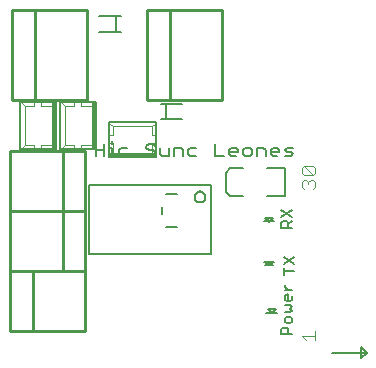
<source format=gto>
G75*
%MOIN*%
%OFA0B0*%
%FSLAX25Y25*%
%IPPOS*%
%LPD*%
%AMOC8*
5,1,8,0,0,1.08239X$1,22.5*
%
%ADD10C,0.00600*%
%ADD11C,0.00700*%
%ADD12C,0.00800*%
%ADD13C,0.00500*%
%ADD14C,0.00400*%
%ADD15C,0.01000*%
%ADD16C,0.00200*%
%ADD17R,0.15748X0.01476*%
%ADD18R,0.01476X0.15748*%
D10*
X0209272Y0115871D02*
X0209272Y0117572D01*
X0209839Y0118139D01*
X0210974Y0118139D01*
X0211541Y0117572D01*
X0211541Y0115871D01*
X0212675Y0115871D02*
X0209272Y0115871D01*
X0210974Y0119554D02*
X0210406Y0120121D01*
X0210406Y0121255D01*
X0210974Y0121823D01*
X0212108Y0121823D01*
X0212675Y0121255D01*
X0212675Y0120121D01*
X0212108Y0119554D01*
X0210974Y0119554D01*
X0210406Y0123237D02*
X0212108Y0123237D01*
X0212675Y0123804D01*
X0212108Y0124371D01*
X0212675Y0124939D01*
X0212108Y0125506D01*
X0210406Y0125506D01*
X0210974Y0126920D02*
X0210406Y0127487D01*
X0210406Y0128622D01*
X0210974Y0129189D01*
X0211541Y0129189D01*
X0211541Y0126920D01*
X0212108Y0126920D02*
X0210974Y0126920D01*
X0212108Y0126920D02*
X0212675Y0127487D01*
X0212675Y0128622D01*
X0212675Y0130603D02*
X0210406Y0130603D01*
X0210406Y0131738D02*
X0210406Y0132305D01*
X0210406Y0131738D02*
X0211541Y0130603D01*
X0210193Y0135760D02*
X0210193Y0138029D01*
X0210193Y0136895D02*
X0213596Y0136895D01*
X0213596Y0139444D02*
X0210193Y0141712D01*
X0210193Y0139444D02*
X0213596Y0141712D01*
X0212675Y0151371D02*
X0209272Y0151371D01*
X0209272Y0153072D01*
X0209839Y0153639D01*
X0210974Y0153639D01*
X0211541Y0153072D01*
X0211541Y0151371D01*
X0211541Y0152505D02*
X0212675Y0153639D01*
X0212675Y0155054D02*
X0209272Y0157323D01*
X0209272Y0155054D02*
X0212675Y0157323D01*
X0185948Y0165587D02*
X0185948Y0142555D01*
X0145003Y0142555D01*
X0145003Y0165587D01*
X0185948Y0165587D01*
X0180300Y0161748D02*
X0180302Y0161833D01*
X0180308Y0161917D01*
X0180318Y0162002D01*
X0180332Y0162085D01*
X0180349Y0162168D01*
X0180371Y0162250D01*
X0180397Y0162331D01*
X0180426Y0162411D01*
X0180459Y0162489D01*
X0180495Y0162565D01*
X0180535Y0162640D01*
X0180579Y0162713D01*
X0180626Y0162784D01*
X0180676Y0162852D01*
X0180729Y0162918D01*
X0180786Y0162981D01*
X0180845Y0163042D01*
X0180907Y0163100D01*
X0180972Y0163155D01*
X0181039Y0163207D01*
X0181108Y0163255D01*
X0181180Y0163300D01*
X0181254Y0163342D01*
X0181330Y0163380D01*
X0181407Y0163415D01*
X0181486Y0163446D01*
X0181566Y0163474D01*
X0181648Y0163497D01*
X0181730Y0163517D01*
X0181813Y0163533D01*
X0181897Y0163545D01*
X0181982Y0163553D01*
X0182067Y0163557D01*
X0182151Y0163557D01*
X0182236Y0163553D01*
X0182321Y0163545D01*
X0182405Y0163533D01*
X0182488Y0163517D01*
X0182570Y0163497D01*
X0182652Y0163474D01*
X0182732Y0163446D01*
X0182811Y0163415D01*
X0182888Y0163380D01*
X0182964Y0163342D01*
X0183038Y0163300D01*
X0183110Y0163255D01*
X0183179Y0163207D01*
X0183246Y0163155D01*
X0183311Y0163100D01*
X0183373Y0163042D01*
X0183432Y0162981D01*
X0183489Y0162918D01*
X0183542Y0162852D01*
X0183592Y0162784D01*
X0183639Y0162713D01*
X0183683Y0162640D01*
X0183723Y0162565D01*
X0183759Y0162489D01*
X0183792Y0162411D01*
X0183821Y0162331D01*
X0183847Y0162250D01*
X0183869Y0162168D01*
X0183886Y0162085D01*
X0183900Y0162002D01*
X0183910Y0161917D01*
X0183916Y0161833D01*
X0183918Y0161748D01*
X0183916Y0161663D01*
X0183910Y0161579D01*
X0183900Y0161494D01*
X0183886Y0161411D01*
X0183869Y0161328D01*
X0183847Y0161246D01*
X0183821Y0161165D01*
X0183792Y0161085D01*
X0183759Y0161007D01*
X0183723Y0160931D01*
X0183683Y0160856D01*
X0183639Y0160783D01*
X0183592Y0160712D01*
X0183542Y0160644D01*
X0183489Y0160578D01*
X0183432Y0160515D01*
X0183373Y0160454D01*
X0183311Y0160396D01*
X0183246Y0160341D01*
X0183179Y0160289D01*
X0183110Y0160241D01*
X0183038Y0160196D01*
X0182964Y0160154D01*
X0182888Y0160116D01*
X0182811Y0160081D01*
X0182732Y0160050D01*
X0182652Y0160022D01*
X0182570Y0159999D01*
X0182488Y0159979D01*
X0182405Y0159963D01*
X0182321Y0159951D01*
X0182236Y0159943D01*
X0182151Y0159939D01*
X0182067Y0159939D01*
X0181982Y0159943D01*
X0181897Y0159951D01*
X0181813Y0159963D01*
X0181730Y0159979D01*
X0181648Y0159999D01*
X0181566Y0160022D01*
X0181486Y0160050D01*
X0181407Y0160081D01*
X0181330Y0160116D01*
X0181254Y0160154D01*
X0181180Y0160196D01*
X0181108Y0160241D01*
X0181039Y0160289D01*
X0180972Y0160341D01*
X0180907Y0160396D01*
X0180845Y0160454D01*
X0180786Y0160515D01*
X0180729Y0160578D01*
X0180676Y0160644D01*
X0180626Y0160712D01*
X0180579Y0160783D01*
X0180535Y0160856D01*
X0180495Y0160931D01*
X0180459Y0161007D01*
X0180426Y0161085D01*
X0180397Y0161165D01*
X0180371Y0161246D01*
X0180349Y0161328D01*
X0180332Y0161411D01*
X0180318Y0161494D01*
X0180308Y0161579D01*
X0180302Y0161663D01*
X0180300Y0161748D01*
D11*
X0180946Y0175193D02*
X0178794Y0175193D01*
X0178077Y0175910D01*
X0178077Y0177344D01*
X0178794Y0178062D01*
X0180946Y0178062D01*
X0176342Y0177344D02*
X0176342Y0175193D01*
X0176342Y0177344D02*
X0175625Y0178062D01*
X0173473Y0178062D01*
X0173473Y0175193D01*
X0171738Y0175193D02*
X0171738Y0178062D01*
X0168869Y0178062D02*
X0168869Y0175910D01*
X0169586Y0175193D01*
X0171738Y0175193D01*
X0167134Y0175910D02*
X0167134Y0176627D01*
X0166417Y0177344D01*
X0164982Y0177344D01*
X0164265Y0178062D01*
X0164265Y0178779D01*
X0164982Y0179496D01*
X0166417Y0179496D01*
X0167134Y0178779D01*
X0167134Y0175910D02*
X0166417Y0175193D01*
X0164982Y0175193D01*
X0164265Y0175910D01*
X0157926Y0175193D02*
X0155775Y0175193D01*
X0155057Y0175910D01*
X0155057Y0177344D01*
X0155775Y0178062D01*
X0157926Y0178062D01*
X0152705Y0178062D02*
X0152705Y0175193D01*
X0151988Y0175193D02*
X0153423Y0175193D01*
X0152705Y0178062D02*
X0151988Y0178062D01*
X0152705Y0179496D02*
X0152705Y0180213D01*
X0150253Y0179496D02*
X0150253Y0175193D01*
X0150253Y0177344D02*
X0147384Y0177344D01*
X0147384Y0175193D02*
X0147384Y0179496D01*
X0187285Y0179496D02*
X0187285Y0175193D01*
X0190154Y0175193D01*
X0191889Y0175910D02*
X0191889Y0177344D01*
X0192606Y0178062D01*
X0194041Y0178062D01*
X0194758Y0177344D01*
X0194758Y0176627D01*
X0191889Y0176627D01*
X0191889Y0175910D02*
X0192606Y0175193D01*
X0194041Y0175193D01*
X0196493Y0175910D02*
X0197210Y0175193D01*
X0198644Y0175193D01*
X0199362Y0175910D01*
X0199362Y0177344D01*
X0198644Y0178062D01*
X0197210Y0178062D01*
X0196493Y0177344D01*
X0196493Y0175910D01*
X0201097Y0175193D02*
X0201097Y0178062D01*
X0203248Y0178062D01*
X0203966Y0177344D01*
X0203966Y0175193D01*
X0205700Y0175910D02*
X0205700Y0177344D01*
X0206418Y0178062D01*
X0207852Y0178062D01*
X0208570Y0177344D01*
X0208570Y0176627D01*
X0205700Y0176627D01*
X0205700Y0175910D02*
X0206418Y0175193D01*
X0207852Y0175193D01*
X0210304Y0175193D02*
X0212456Y0175193D01*
X0213174Y0175910D01*
X0212456Y0176627D01*
X0211022Y0176627D01*
X0210304Y0177344D01*
X0211022Y0178062D01*
X0213174Y0178062D01*
D12*
X0210318Y0171295D02*
X0204412Y0171295D01*
X0210318Y0171295D02*
X0210318Y0161846D01*
X0204412Y0161846D01*
X0203885Y0154724D02*
X0206365Y0154724D01*
X0205105Y0153465D01*
X0205105Y0153504D02*
X0203885Y0154724D01*
X0203294Y0153504D02*
X0205105Y0153504D01*
X0206916Y0153504D01*
X0196538Y0161846D02*
X0192207Y0161846D01*
X0190633Y0163421D01*
X0190633Y0169720D01*
X0192207Y0171295D01*
X0196538Y0171295D01*
X0174315Y0162726D02*
X0170934Y0162726D01*
X0169434Y0158183D02*
X0169434Y0156069D01*
X0170934Y0151526D02*
X0174315Y0151526D01*
X0203294Y0140079D02*
X0205105Y0140079D01*
X0206325Y0138858D01*
X0203845Y0138858D01*
X0205105Y0140118D01*
X0205105Y0140079D02*
X0206916Y0140079D01*
X0207349Y0124213D02*
X0204869Y0124213D01*
X0206089Y0122992D01*
X0207900Y0122992D01*
X0207349Y0124213D02*
X0206089Y0122953D01*
X0206089Y0122992D02*
X0204278Y0122992D01*
X0167605Y0174843D02*
X0151660Y0174843D01*
X0151660Y0186654D01*
X0167605Y0186654D01*
X0167605Y0174843D01*
X0147428Y0177500D02*
X0135617Y0177500D01*
X0135617Y0193445D01*
X0147428Y0193445D01*
X0147428Y0177500D01*
X0134042Y0177500D02*
X0122231Y0177500D01*
X0122231Y0193445D01*
X0134042Y0193445D01*
X0134042Y0177500D01*
X0169081Y0187638D02*
X0170656Y0187638D01*
X0170656Y0192756D01*
X0176168Y0192756D01*
X0170656Y0192756D02*
X0169081Y0192756D01*
X0170656Y0187638D02*
X0176168Y0187638D01*
X0155696Y0216772D02*
X0154121Y0216772D01*
X0154121Y0221890D01*
X0148609Y0221890D01*
X0154121Y0221890D02*
X0155696Y0221890D01*
X0154121Y0216772D02*
X0148609Y0216772D01*
D13*
X0235806Y0111780D02*
X0235806Y0107843D01*
X0237774Y0109811D01*
X0235806Y0111780D01*
X0237774Y0109811D02*
X0225963Y0109811D01*
D14*
X0220574Y0113943D02*
X0220574Y0117012D01*
X0220574Y0115477D02*
X0215970Y0115477D01*
X0217505Y0113943D01*
X0216738Y0164339D02*
X0215970Y0165106D01*
X0215970Y0166641D01*
X0216738Y0167408D01*
X0217505Y0167408D01*
X0218272Y0166641D01*
X0219040Y0167408D01*
X0219807Y0167408D01*
X0220574Y0166641D01*
X0220574Y0165106D01*
X0219807Y0164339D01*
X0218272Y0165873D02*
X0218272Y0166641D01*
X0216738Y0168943D02*
X0215970Y0169710D01*
X0215970Y0171244D01*
X0216738Y0172012D01*
X0219807Y0168943D01*
X0220574Y0169710D01*
X0220574Y0171244D01*
X0219807Y0172012D01*
X0216738Y0172012D01*
X0216738Y0168943D02*
X0219807Y0168943D01*
D15*
X0126444Y0116850D02*
X0118944Y0116850D01*
X0118944Y0136850D01*
X0118944Y0156850D01*
X0136444Y0156850D01*
X0136444Y0136850D01*
X0118944Y0136850D01*
X0126444Y0136850D01*
X0126444Y0116850D01*
X0143944Y0116850D01*
X0143944Y0136850D01*
X0136444Y0136850D01*
X0143944Y0136850D02*
X0126444Y0136850D01*
X0143944Y0136850D02*
X0143944Y0156850D01*
X0136444Y0156850D01*
X0136444Y0176850D01*
X0143944Y0176850D01*
X0143944Y0156850D01*
X0136444Y0156850D01*
X0118944Y0156850D01*
X0118944Y0176850D01*
X0136444Y0176850D01*
X0144573Y0194094D02*
X0127073Y0194094D01*
X0127073Y0224094D01*
X0144573Y0224094D01*
X0144573Y0194094D01*
X0127073Y0194094D02*
X0119573Y0194094D01*
X0119573Y0224094D01*
X0127073Y0224094D01*
X0164455Y0224094D02*
X0171955Y0224094D01*
X0171955Y0194094D01*
X0164455Y0194094D01*
X0164455Y0224094D01*
X0171955Y0224094D02*
X0189455Y0224094D01*
X0189455Y0194094D01*
X0171955Y0194094D01*
D16*
X0167014Y0186161D02*
X0166030Y0185177D01*
X0166030Y0182224D01*
X0167507Y0182224D01*
X0167507Y0179764D02*
X0166030Y0179764D01*
X0166030Y0175827D01*
X0153235Y0175827D02*
X0153235Y0179764D01*
X0151759Y0179764D01*
X0151759Y0182224D02*
X0153235Y0182224D01*
X0153235Y0185177D01*
X0152251Y0186161D01*
X0153235Y0185177D02*
X0166030Y0185177D01*
X0146444Y0179075D02*
X0142507Y0179075D01*
X0142507Y0177598D01*
X0140046Y0177598D02*
X0140046Y0179075D01*
X0137093Y0179075D01*
X0136109Y0178091D01*
X0137093Y0179075D02*
X0137093Y0191870D01*
X0136109Y0192854D01*
X0137093Y0191870D02*
X0140046Y0191870D01*
X0140046Y0193346D01*
X0142507Y0193346D02*
X0142507Y0191870D01*
X0146444Y0191870D01*
X0133058Y0191870D02*
X0129121Y0191870D01*
X0129121Y0193346D01*
X0126660Y0193346D02*
X0126660Y0191870D01*
X0123707Y0191870D01*
X0122723Y0192854D01*
X0123707Y0191870D02*
X0123707Y0179075D01*
X0122723Y0178091D01*
X0123707Y0179075D02*
X0126660Y0179075D01*
X0126660Y0177598D01*
X0129121Y0177598D02*
X0129121Y0179075D01*
X0133058Y0179075D01*
D17*
X0159633Y0175581D03*
D18*
X0146690Y0185472D03*
X0133304Y0185472D03*
M02*

</source>
